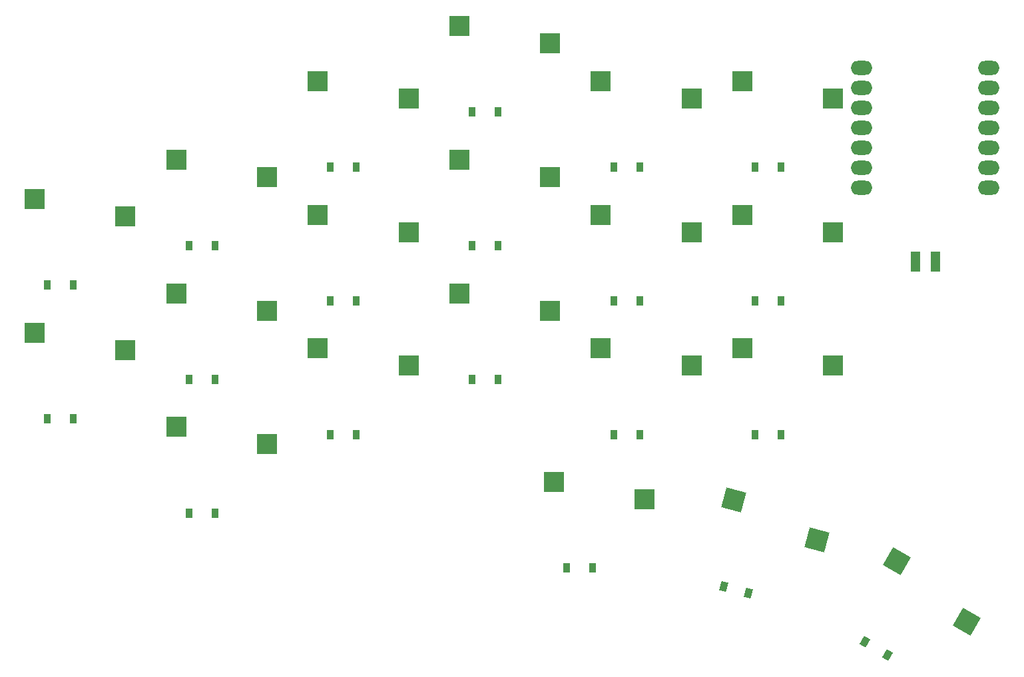
<source format=gbr>
%TF.GenerationSoftware,KiCad,Pcbnew,9.0.1*%
%TF.CreationDate,2025-06-09T17:49:50+02:00*%
%TF.ProjectId,pcb,7063622e-6b69-4636-9164-5f7063625858,v1.0.0*%
%TF.SameCoordinates,Original*%
%TF.FileFunction,Paste,Bot*%
%TF.FilePolarity,Positive*%
%FSLAX46Y46*%
G04 Gerber Fmt 4.6, Leading zero omitted, Abs format (unit mm)*
G04 Created by KiCad (PCBNEW 9.0.1) date 2025-06-09 17:49:50*
%MOMM*%
%LPD*%
G01*
G04 APERTURE LIST*
G04 Aperture macros list*
%AMRotRect*
0 Rectangle, with rotation*
0 The origin of the aperture is its center*
0 $1 length*
0 $2 width*
0 $3 Rotation angle, in degrees counterclockwise*
0 Add horizontal line*
21,1,$1,$2,0,0,$3*%
G04 Aperture macros list end*
%ADD10R,2.600000X2.600000*%
%ADD11RotRect,2.600000X2.600000X330.000000*%
%ADD12R,1.250000X2.500000*%
%ADD13O,2.750000X1.800000*%
%ADD14RotRect,2.600000X2.600000X345.000000*%
%ADD15R,0.900000X1.200000*%
%ADD16RotRect,0.900000X1.200000X330.000000*%
%ADD17RotRect,0.900000X1.200000X345.000000*%
G04 APERTURE END LIST*
D10*
%TO.C,S12*%
X236141726Y-147585864D03*
X247691726Y-149785864D03*
%TD*%
D11*
%TO.C,S20*%
X273805862Y-174635684D03*
X282708455Y-182315938D03*
%TD*%
D10*
%TO.C,S15*%
X254141727Y-147585865D03*
X265691727Y-149785865D03*
%TD*%
%TO.C,S14*%
X236141727Y-113585864D03*
X247691727Y-115785864D03*
%TD*%
%TO.C,S2*%
X164141727Y-128585865D03*
X175691727Y-130785865D03*
%TD*%
D12*
%TO.C,PAD1*%
X276166727Y-136535865D03*
X278666727Y-136535865D03*
%TD*%
D10*
%TO.C,S17*%
X254141727Y-113585864D03*
X265691727Y-115785864D03*
%TD*%
%TO.C,S13*%
X236141727Y-130585864D03*
X247691727Y-132785864D03*
%TD*%
D13*
%TO.C,MCU1*%
X285511687Y-111915865D03*
X285511686Y-114455865D03*
X285511686Y-116995865D03*
X285511686Y-119535865D03*
X285511686Y-122075865D03*
X285511686Y-124615865D03*
X285511686Y-127155865D03*
X269321765Y-127155865D03*
X269321766Y-124615865D03*
X269321766Y-122075865D03*
X269321766Y-119535865D03*
X269321766Y-116995865D03*
X269321766Y-114455865D03*
X269321766Y-111915865D03*
%TD*%
D14*
%TO.C,S19*%
X253016836Y-166838752D03*
X263603878Y-171953149D03*
%TD*%
D10*
%TO.C,S3*%
X182141727Y-157585865D03*
X193691727Y-159785865D03*
%TD*%
%TO.C,S10*%
X218141726Y-123585864D03*
X229691726Y-125785864D03*
%TD*%
%TO.C,S1*%
X164141727Y-145585865D03*
X175691727Y-147785865D03*
%TD*%
%TO.C,S11*%
X218141727Y-106585865D03*
X229691727Y-108785865D03*
%TD*%
%TO.C,S9*%
X218141727Y-140585864D03*
X229691727Y-142785864D03*
%TD*%
%TO.C,S16*%
X254141726Y-130585865D03*
X265691726Y-132785865D03*
%TD*%
%TO.C,S6*%
X200141727Y-147585865D03*
X211691727Y-149785865D03*
%TD*%
%TO.C,S8*%
X200141727Y-113585865D03*
X211691727Y-115785865D03*
%TD*%
%TO.C,S7*%
X200141727Y-130585865D03*
X211691727Y-132785865D03*
%TD*%
%TO.C,S4*%
X182141726Y-140585865D03*
X193691726Y-142785865D03*
%TD*%
%TO.C,S5*%
X182141727Y-123585865D03*
X193691727Y-125785865D03*
%TD*%
%TO.C,S18*%
X230141727Y-164585865D03*
X241691727Y-166785865D03*
%TD*%
D15*
%TO.C,Di14*%
X237766727Y-124535863D03*
X241066727Y-124535865D03*
%TD*%
%TO.C,Di7*%
X201766727Y-141535864D03*
X205066727Y-141535866D03*
%TD*%
%TO.C,Di1*%
X165766727Y-156535864D03*
X169066727Y-156535866D03*
%TD*%
%TO.C,Di6*%
X201766727Y-158535864D03*
X205066727Y-158535866D03*
%TD*%
%TO.C,Di11*%
X219766727Y-117535863D03*
X223066727Y-117535865D03*
%TD*%
D16*
%TO.C,Di20*%
X269738152Y-184931163D03*
X272596036Y-186581161D03*
%TD*%
D17*
%TO.C,Di19*%
X251752397Y-177836223D03*
X254939953Y-178690323D03*
%TD*%
D15*
%TO.C,Di18*%
X231766726Y-175535864D03*
X235066726Y-175535866D03*
%TD*%
%TO.C,Di17*%
X255766727Y-124535864D03*
X259066727Y-124535866D03*
%TD*%
%TO.C,Di10*%
X219766727Y-134535863D03*
X223066727Y-134535865D03*
%TD*%
%TO.C,Di8*%
X201766727Y-124535864D03*
X205066727Y-124535866D03*
%TD*%
%TO.C,Di12*%
X237766726Y-158535863D03*
X241066726Y-158535865D03*
%TD*%
%TO.C,Di3*%
X183766726Y-168535863D03*
X187066726Y-168535865D03*
%TD*%
%TO.C,Di4*%
X183766727Y-151535864D03*
X187066727Y-151535866D03*
%TD*%
%TO.C,Di16*%
X255766727Y-141535864D03*
X259066727Y-141535866D03*
%TD*%
%TO.C,Di2*%
X165766727Y-139535864D03*
X169066727Y-139535866D03*
%TD*%
%TO.C,Di13*%
X237766727Y-141535864D03*
X241066727Y-141535866D03*
%TD*%
%TO.C,Di15*%
X255766726Y-158535864D03*
X259066726Y-158535866D03*
%TD*%
%TO.C,Di9*%
X219766726Y-151535864D03*
X223066726Y-151535866D03*
%TD*%
%TO.C,Di5*%
X183766727Y-134535864D03*
X187066727Y-134535866D03*
%TD*%
M02*

</source>
